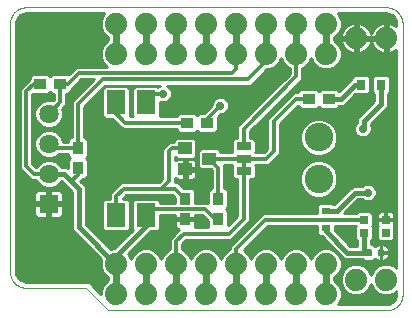
<source format=gtl>
G75*
%MOIN*%
%OFA0B0*%
%FSLAX25Y25*%
%IPPOS*%
%LPD*%
%AMOC8*
5,1,8,0,0,1.08239X$1,22.5*
%
%ADD10C,0.00100*%
%ADD11R,0.04000X0.03800*%
%ADD12R,0.03800X0.04000*%
%ADD13C,0.07400*%
%ADD14R,0.06425X0.06425*%
%ADD15C,0.06425*%
%ADD16R,0.06299X0.07874*%
%ADD17C,0.09500*%
%ADD18R,0.04500X0.04000*%
%ADD19C,0.00661*%
%ADD20R,0.02756X0.02756*%
%ADD21R,0.03150X0.03543*%
%ADD22R,0.05000X0.02600*%
%ADD23C,0.00050*%
%ADD24R,0.03150X0.02362*%
%ADD25C,0.01000*%
%ADD26C,0.02400*%
%ADD27C,0.02800*%
%ADD28C,0.01200*%
%ADD29C,0.01600*%
D10*
X0011500Y0013500D02*
X0031500Y0013500D01*
X0038750Y0006000D01*
X0131750Y0006000D01*
X0131895Y0006006D01*
X0132041Y0006015D01*
X0132186Y0006028D01*
X0132330Y0006045D01*
X0132474Y0006067D01*
X0132618Y0006091D01*
X0132761Y0006120D01*
X0132902Y0006153D01*
X0133043Y0006189D01*
X0133183Y0006230D01*
X0133322Y0006274D01*
X0133460Y0006322D01*
X0133596Y0006373D01*
X0133730Y0006428D01*
X0133864Y0006487D01*
X0133995Y0006550D01*
X0134125Y0006616D01*
X0134253Y0006685D01*
X0134379Y0006758D01*
X0134503Y0006834D01*
X0134625Y0006914D01*
X0134745Y0006997D01*
X0134862Y0007083D01*
X0134977Y0007172D01*
X0135090Y0007264D01*
X0135200Y0007360D01*
X0135307Y0007458D01*
X0135412Y0007559D01*
X0135514Y0007663D01*
X0135613Y0007770D01*
X0135709Y0007879D01*
X0135802Y0007991D01*
X0135892Y0008105D01*
X0135979Y0008222D01*
X0136063Y0008341D01*
X0136144Y0008462D01*
X0136221Y0008586D01*
X0136295Y0008711D01*
X0136365Y0008839D01*
X0136432Y0008968D01*
X0136495Y0009099D01*
X0136555Y0009232D01*
X0136612Y0009366D01*
X0136664Y0009502D01*
X0136713Y0009639D01*
X0136758Y0009777D01*
X0136799Y0009917D01*
X0136837Y0010058D01*
X0136871Y0010199D01*
X0136901Y0010342D01*
X0136927Y0010485D01*
X0136949Y0010629D01*
X0136967Y0010773D01*
X0136982Y0010918D01*
X0136992Y0011063D01*
X0136998Y0011209D01*
X0137001Y0011354D01*
X0137000Y0011500D01*
X0137000Y0101500D01*
X0137001Y0101500D02*
X0136997Y0101648D01*
X0136989Y0101795D01*
X0136978Y0101943D01*
X0136962Y0102090D01*
X0136943Y0102237D01*
X0136920Y0102384D01*
X0136893Y0102529D01*
X0136862Y0102674D01*
X0136827Y0102818D01*
X0136788Y0102961D01*
X0136746Y0103103D01*
X0136700Y0103243D01*
X0136650Y0103383D01*
X0136596Y0103521D01*
X0136539Y0103657D01*
X0136478Y0103792D01*
X0136413Y0103926D01*
X0136345Y0104057D01*
X0136274Y0104187D01*
X0136199Y0104315D01*
X0136120Y0104441D01*
X0136039Y0104564D01*
X0135954Y0104685D01*
X0135866Y0104805D01*
X0135775Y0104921D01*
X0135680Y0105035D01*
X0135583Y0105147D01*
X0135483Y0105256D01*
X0135380Y0105362D01*
X0135274Y0105466D01*
X0135165Y0105567D01*
X0135054Y0105664D01*
X0134940Y0105759D01*
X0134824Y0105851D01*
X0134705Y0105939D01*
X0134584Y0106025D01*
X0134461Y0106107D01*
X0134336Y0106186D01*
X0134208Y0106261D01*
X0134079Y0106333D01*
X0133947Y0106402D01*
X0133814Y0106467D01*
X0133680Y0106528D01*
X0133543Y0106586D01*
X0133405Y0106640D01*
X0133266Y0106691D01*
X0133126Y0106738D01*
X0132984Y0106781D01*
X0132841Y0106820D01*
X0132697Y0106856D01*
X0132553Y0106887D01*
X0132407Y0106915D01*
X0132261Y0106939D01*
X0132114Y0106959D01*
X0131967Y0106975D01*
X0131820Y0106987D01*
X0131672Y0106995D01*
X0131524Y0106999D01*
X0131375Y0107000D01*
X0011375Y0107000D01*
X0011229Y0106992D01*
X0011083Y0106979D01*
X0010937Y0106963D01*
X0010792Y0106943D01*
X0010647Y0106918D01*
X0010503Y0106891D01*
X0010360Y0106859D01*
X0010218Y0106823D01*
X0010077Y0106784D01*
X0009937Y0106741D01*
X0009798Y0106694D01*
X0009660Y0106643D01*
X0009524Y0106589D01*
X0009389Y0106532D01*
X0009256Y0106470D01*
X0009125Y0106405D01*
X0008995Y0106337D01*
X0008867Y0106265D01*
X0008741Y0106190D01*
X0008617Y0106112D01*
X0008496Y0106030D01*
X0008376Y0105945D01*
X0008259Y0105857D01*
X0008144Y0105766D01*
X0008032Y0105672D01*
X0007922Y0105575D01*
X0007815Y0105475D01*
X0007710Y0105372D01*
X0007609Y0105266D01*
X0007510Y0105158D01*
X0007414Y0105047D01*
X0007321Y0104934D01*
X0007231Y0104818D01*
X0007144Y0104700D01*
X0007061Y0104580D01*
X0006980Y0104457D01*
X0006903Y0104332D01*
X0006830Y0104206D01*
X0006759Y0104077D01*
X0006692Y0103946D01*
X0006629Y0103814D01*
X0006569Y0103680D01*
X0006513Y0103545D01*
X0006460Y0103408D01*
X0006411Y0103270D01*
X0006366Y0103131D01*
X0006324Y0102990D01*
X0006287Y0102849D01*
X0006253Y0102706D01*
X0006222Y0102563D01*
X0006196Y0102418D01*
X0006174Y0102273D01*
X0006155Y0102128D01*
X0006140Y0101982D01*
X0006129Y0101836D01*
X0006122Y0101690D01*
X0006119Y0101543D01*
X0006120Y0101396D01*
X0006125Y0101250D01*
X0006125Y0018750D01*
X0006124Y0018750D02*
X0006128Y0018607D01*
X0006136Y0018463D01*
X0006147Y0018320D01*
X0006162Y0018176D01*
X0006181Y0018034D01*
X0006204Y0017892D01*
X0006231Y0017750D01*
X0006262Y0017610D01*
X0006296Y0017470D01*
X0006335Y0017331D01*
X0006377Y0017194D01*
X0006422Y0017057D01*
X0006472Y0016922D01*
X0006525Y0016789D01*
X0006581Y0016656D01*
X0006642Y0016526D01*
X0006705Y0016397D01*
X0006773Y0016269D01*
X0006843Y0016144D01*
X0006917Y0016020D01*
X0006994Y0015899D01*
X0007075Y0015780D01*
X0007159Y0015663D01*
X0007245Y0015548D01*
X0007335Y0015436D01*
X0007428Y0015326D01*
X0007524Y0015219D01*
X0007623Y0015114D01*
X0007725Y0015012D01*
X0007829Y0014913D01*
X0007936Y0014817D01*
X0008045Y0014723D01*
X0008157Y0014633D01*
X0008272Y0014546D01*
X0008388Y0014462D01*
X0008507Y0014381D01*
X0008628Y0014303D01*
X0008752Y0014229D01*
X0008877Y0014158D01*
X0009004Y0014090D01*
X0009133Y0014026D01*
X0009263Y0013965D01*
X0009395Y0013908D01*
X0009529Y0013855D01*
X0009664Y0013805D01*
X0009800Y0013759D01*
X0009937Y0013716D01*
X0010076Y0013677D01*
X0010216Y0013642D01*
X0010356Y0013611D01*
X0010497Y0013584D01*
X0010639Y0013560D01*
X0010782Y0013541D01*
X0010925Y0013525D01*
X0011068Y0013513D01*
X0011212Y0013505D01*
X0011356Y0013501D01*
X0011500Y0013500D01*
D11*
X0065154Y0068500D03*
X0071846Y0068500D03*
X0105654Y0076500D03*
X0112346Y0076500D03*
X0022846Y0081500D03*
X0016154Y0081500D03*
D12*
X0028750Y0060096D03*
X0028750Y0053404D03*
X0064500Y0043096D03*
X0064500Y0036404D03*
X0075500Y0036404D03*
X0075500Y0043096D03*
D13*
X0071500Y0021500D03*
X0081500Y0021500D03*
X0091500Y0021500D03*
X0101500Y0021500D03*
X0111500Y0021500D03*
X0121500Y0016250D03*
X0131500Y0016250D03*
X0111500Y0011500D03*
X0101500Y0011500D03*
X0091500Y0011500D03*
X0081500Y0011500D03*
X0071500Y0011500D03*
X0061500Y0011500D03*
X0051500Y0011500D03*
X0041500Y0011500D03*
X0041500Y0021500D03*
X0051500Y0021500D03*
X0061500Y0021500D03*
X0061500Y0091500D03*
X0051500Y0091500D03*
X0041500Y0091500D03*
X0041500Y0101500D03*
X0051500Y0101500D03*
X0061500Y0101500D03*
X0071500Y0101500D03*
X0081500Y0101500D03*
X0091500Y0101500D03*
X0101500Y0101500D03*
X0111500Y0101500D03*
X0121500Y0096750D03*
X0131500Y0096750D03*
X0111500Y0091500D03*
X0101500Y0091500D03*
X0091500Y0091500D03*
X0081500Y0091500D03*
X0071500Y0091500D03*
D14*
X0019000Y0041500D03*
D15*
X0019000Y0051500D03*
X0019000Y0061500D03*
X0019000Y0071500D03*
D16*
X0041500Y0075280D03*
X0051500Y0075280D03*
X0051500Y0037720D03*
X0041500Y0037720D03*
D17*
X0109000Y0049807D03*
X0109000Y0063587D03*
D18*
X0072500Y0056500D03*
X0064500Y0053000D03*
X0064500Y0060000D03*
D19*
X0124913Y0026101D02*
X0126457Y0026101D01*
X0126457Y0024399D01*
X0124913Y0024399D01*
X0124913Y0026101D01*
X0124913Y0025059D02*
X0126457Y0025059D01*
X0126457Y0025719D02*
X0124913Y0025719D01*
X0129028Y0026101D02*
X0130572Y0026101D01*
X0130572Y0024399D01*
X0129028Y0024399D01*
X0129028Y0026101D01*
X0129028Y0025059D02*
X0130572Y0025059D01*
X0130572Y0025719D02*
X0129028Y0025719D01*
D20*
X0131352Y0031835D03*
X0131352Y0036165D03*
X0124148Y0036165D03*
X0124148Y0031835D03*
D21*
X0123154Y0081250D03*
X0129846Y0081250D03*
D22*
X0084000Y0060600D03*
X0084000Y0056500D03*
X0084000Y0052400D03*
D23*
X0083500Y0053725D02*
X0083500Y0057250D01*
X0084500Y0057250D01*
X0084500Y0053725D01*
X0083500Y0053725D01*
X0083500Y0053750D02*
X0084500Y0053750D01*
X0084500Y0053799D02*
X0083500Y0053799D01*
X0083500Y0053847D02*
X0084500Y0053847D01*
X0084500Y0053896D02*
X0083500Y0053896D01*
X0083500Y0053944D02*
X0084500Y0053944D01*
X0084500Y0053993D02*
X0083500Y0053993D01*
X0083500Y0054041D02*
X0084500Y0054041D01*
X0084500Y0054090D02*
X0083500Y0054090D01*
X0083500Y0054138D02*
X0084500Y0054138D01*
X0084500Y0054187D02*
X0083500Y0054187D01*
X0083500Y0054235D02*
X0084500Y0054235D01*
X0084500Y0054284D02*
X0083500Y0054284D01*
X0083500Y0054332D02*
X0084500Y0054332D01*
X0084500Y0054381D02*
X0083500Y0054381D01*
X0083500Y0054429D02*
X0084500Y0054429D01*
X0084500Y0054478D02*
X0083500Y0054478D01*
X0083500Y0054526D02*
X0084500Y0054526D01*
X0084500Y0054575D02*
X0083500Y0054575D01*
X0083500Y0054623D02*
X0084500Y0054623D01*
X0084500Y0054672D02*
X0083500Y0054672D01*
X0083500Y0054720D02*
X0084500Y0054720D01*
X0084500Y0054769D02*
X0083500Y0054769D01*
X0083500Y0054817D02*
X0084500Y0054817D01*
X0084500Y0054866D02*
X0083500Y0054866D01*
X0083500Y0054914D02*
X0084500Y0054914D01*
X0084500Y0054963D02*
X0083500Y0054963D01*
X0083500Y0055011D02*
X0084500Y0055011D01*
X0084500Y0055060D02*
X0083500Y0055060D01*
X0083500Y0055108D02*
X0084500Y0055108D01*
X0084500Y0055157D02*
X0083500Y0055157D01*
X0083500Y0055205D02*
X0084500Y0055205D01*
X0084500Y0055254D02*
X0083500Y0055254D01*
X0083500Y0055302D02*
X0084500Y0055302D01*
X0084500Y0055351D02*
X0083500Y0055351D01*
X0083500Y0055399D02*
X0084500Y0055399D01*
X0084500Y0055448D02*
X0083500Y0055448D01*
X0083500Y0055496D02*
X0084500Y0055496D01*
X0084500Y0055545D02*
X0083500Y0055545D01*
X0083500Y0055593D02*
X0084500Y0055593D01*
X0084500Y0055642D02*
X0083500Y0055642D01*
X0083500Y0055690D02*
X0084500Y0055690D01*
X0084500Y0055739D02*
X0083500Y0055739D01*
X0083500Y0055787D02*
X0084500Y0055787D01*
X0084500Y0055836D02*
X0083500Y0055836D01*
X0083500Y0055885D02*
X0084500Y0055885D01*
X0084500Y0055933D02*
X0083500Y0055933D01*
X0083500Y0055982D02*
X0084500Y0055982D01*
X0084500Y0056030D02*
X0083500Y0056030D01*
X0083500Y0056079D02*
X0084500Y0056079D01*
X0084500Y0056127D02*
X0083500Y0056127D01*
X0083500Y0056176D02*
X0084500Y0056176D01*
X0084500Y0056224D02*
X0083500Y0056224D01*
X0083500Y0056273D02*
X0084500Y0056273D01*
X0084500Y0056321D02*
X0083500Y0056321D01*
X0083500Y0056370D02*
X0084500Y0056370D01*
X0084500Y0056418D02*
X0083500Y0056418D01*
X0083500Y0056467D02*
X0084500Y0056467D01*
X0084500Y0056515D02*
X0083500Y0056515D01*
X0083500Y0056564D02*
X0084500Y0056564D01*
X0084500Y0056612D02*
X0083500Y0056612D01*
X0083500Y0056661D02*
X0084500Y0056661D01*
X0084500Y0056709D02*
X0083500Y0056709D01*
X0083500Y0056758D02*
X0084500Y0056758D01*
X0084500Y0056806D02*
X0083500Y0056806D01*
X0083500Y0056855D02*
X0084500Y0056855D01*
X0084500Y0056903D02*
X0083500Y0056903D01*
X0083500Y0056952D02*
X0084500Y0056952D01*
X0084500Y0057000D02*
X0083500Y0057000D01*
X0083500Y0057049D02*
X0084500Y0057049D01*
X0084500Y0057097D02*
X0083500Y0057097D01*
X0083500Y0057146D02*
X0084500Y0057146D01*
X0084500Y0057194D02*
X0083500Y0057194D01*
X0083500Y0057243D02*
X0084500Y0057243D01*
D24*
X0111375Y0039203D03*
X0111375Y0033297D03*
D25*
X0109997Y0030616D02*
X0116075Y0024321D01*
X0116075Y0024297D01*
X0116734Y0023638D01*
X0117382Y0022967D01*
X0117406Y0022967D01*
X0117422Y0022950D01*
X0118355Y0022950D01*
X0119287Y0022934D01*
X0119304Y0022950D01*
X0123774Y0022950D01*
X0124155Y0022569D01*
X0127215Y0022569D01*
X0127742Y0023097D01*
X0127904Y0022935D01*
X0128322Y0022694D01*
X0128787Y0022569D01*
X0129749Y0022569D01*
X0129749Y0025199D01*
X0129851Y0025199D01*
X0129851Y0022569D01*
X0130813Y0022569D01*
X0131278Y0022694D01*
X0131696Y0022935D01*
X0132037Y0023276D01*
X0132278Y0023693D01*
X0132402Y0024159D01*
X0132402Y0025199D01*
X0129851Y0025199D01*
X0129851Y0025301D01*
X0129749Y0025301D01*
X0129749Y0027931D01*
X0128787Y0027931D01*
X0128322Y0027806D01*
X0127904Y0027565D01*
X0127742Y0027403D01*
X0127215Y0027931D01*
X0126448Y0027931D01*
X0126448Y0029257D01*
X0127026Y0029835D01*
X0127026Y0033834D01*
X0126859Y0034000D01*
X0127026Y0034166D01*
X0127026Y0038165D01*
X0126147Y0039043D01*
X0122148Y0039043D01*
X0121370Y0038265D01*
X0117518Y0038265D01*
X0122203Y0042950D01*
X0123699Y0042950D01*
X0123857Y0042791D01*
X0124923Y0042350D01*
X0126077Y0042350D01*
X0127143Y0042791D01*
X0127958Y0043607D01*
X0128400Y0044673D01*
X0128400Y0045827D01*
X0127958Y0046893D01*
X0127143Y0047708D01*
X0126077Y0048150D01*
X0124923Y0048150D01*
X0123857Y0047708D01*
X0123699Y0047550D01*
X0120297Y0047550D01*
X0114250Y0041503D01*
X0113952Y0041503D01*
X0113571Y0041884D01*
X0109179Y0041884D01*
X0108300Y0041005D01*
X0108300Y0038265D01*
X0090295Y0038265D01*
X0087565Y0035535D01*
X0086900Y0034870D01*
X0079400Y0027370D01*
X0079400Y0026259D01*
X0078554Y0025908D01*
X0077092Y0024446D01*
X0076500Y0023017D01*
X0075908Y0024446D01*
X0074446Y0025908D01*
X0072534Y0026700D01*
X0070466Y0026700D01*
X0068554Y0025908D01*
X0067092Y0024446D01*
X0066500Y0023017D01*
X0065908Y0024446D01*
X0064446Y0025908D01*
X0063600Y0026259D01*
X0063600Y0028130D01*
X0064870Y0029400D01*
X0079870Y0029400D01*
X0084870Y0034400D01*
X0086100Y0035630D01*
X0086100Y0049600D01*
X0087121Y0049600D01*
X0088000Y0050479D01*
X0088000Y0054321D01*
X0087921Y0054400D01*
X0092370Y0054400D01*
X0094870Y0056900D01*
X0096100Y0058130D01*
X0096100Y0068130D01*
X0102154Y0074184D01*
X0102154Y0073979D01*
X0103032Y0073100D01*
X0108275Y0073100D01*
X0109000Y0073825D01*
X0109725Y0073100D01*
X0114968Y0073100D01*
X0115846Y0073979D01*
X0115846Y0074200D01*
X0117453Y0074200D01*
X0121231Y0077978D01*
X0125350Y0077978D01*
X0126228Y0078857D01*
X0126228Y0083643D01*
X0125350Y0084522D01*
X0120957Y0084522D01*
X0120079Y0083643D01*
X0120079Y0083331D01*
X0115808Y0079060D01*
X0114968Y0079900D01*
X0109725Y0079900D01*
X0109000Y0079175D01*
X0108275Y0079900D01*
X0103032Y0079900D01*
X0102154Y0079021D01*
X0102154Y0078600D01*
X0100630Y0078600D01*
X0099400Y0077370D01*
X0091900Y0069870D01*
X0091900Y0059870D01*
X0090630Y0058600D01*
X0087921Y0058600D01*
X0088000Y0058679D01*
X0088000Y0062521D01*
X0087121Y0063400D01*
X0086100Y0063400D01*
X0086100Y0065630D01*
X0102370Y0081900D01*
X0103600Y0083130D01*
X0103600Y0086741D01*
X0104446Y0087092D01*
X0105908Y0088554D01*
X0106500Y0089983D01*
X0107092Y0088554D01*
X0108554Y0087092D01*
X0110466Y0086300D01*
X0112534Y0086300D01*
X0114446Y0087092D01*
X0115908Y0088554D01*
X0116700Y0090466D01*
X0116700Y0092534D01*
X0115908Y0094446D01*
X0114446Y0095908D01*
X0114200Y0096010D01*
X0114200Y0096990D01*
X0114446Y0097092D01*
X0115908Y0098554D01*
X0116700Y0100466D01*
X0116700Y0102534D01*
X0115908Y0104446D01*
X0115404Y0104950D01*
X0130539Y0104950D01*
X0130549Y0104941D01*
X0131386Y0104950D01*
X0131400Y0104950D01*
X0132084Y0104890D01*
X0133356Y0104380D01*
X0134336Y0103422D01*
X0134875Y0102161D01*
X0134950Y0101478D01*
X0134950Y0100654D01*
X0134888Y0100716D01*
X0134225Y0101197D01*
X0133496Y0101569D01*
X0132718Y0101822D01*
X0132000Y0101936D01*
X0132000Y0097250D01*
X0131000Y0097250D01*
X0131000Y0101936D01*
X0130282Y0101822D01*
X0129504Y0101569D01*
X0128775Y0101197D01*
X0128112Y0100716D01*
X0127534Y0100138D01*
X0127053Y0099475D01*
X0126681Y0098746D01*
X0126500Y0098189D01*
X0126319Y0098746D01*
X0125947Y0099475D01*
X0125466Y0100138D01*
X0124888Y0100716D01*
X0124225Y0101197D01*
X0123496Y0101569D01*
X0122718Y0101822D01*
X0122000Y0101936D01*
X0122000Y0097250D01*
X0121000Y0097250D01*
X0121000Y0101936D01*
X0120282Y0101822D01*
X0119504Y0101569D01*
X0118775Y0101197D01*
X0118112Y0100716D01*
X0117534Y0100138D01*
X0117053Y0099475D01*
X0116681Y0098746D01*
X0116428Y0097968D01*
X0116314Y0097250D01*
X0121000Y0097250D01*
X0121000Y0096250D01*
X0122000Y0096250D01*
X0122000Y0097250D01*
X0126686Y0097250D01*
X0131000Y0097250D01*
X0131000Y0096250D01*
X0132000Y0096250D01*
X0132000Y0091564D01*
X0132718Y0091678D01*
X0133496Y0091931D01*
X0134225Y0092303D01*
X0134888Y0092784D01*
X0134950Y0092846D01*
X0134950Y0020154D01*
X0134446Y0020658D01*
X0132534Y0021450D01*
X0130466Y0021450D01*
X0128554Y0020658D01*
X0127092Y0019196D01*
X0126500Y0017767D01*
X0125908Y0019196D01*
X0124446Y0020658D01*
X0122534Y0021450D01*
X0120466Y0021450D01*
X0118554Y0020658D01*
X0117092Y0019196D01*
X0116300Y0017284D01*
X0116300Y0015216D01*
X0117092Y0013304D01*
X0118554Y0011842D01*
X0120466Y0011050D01*
X0122534Y0011050D01*
X0124446Y0011842D01*
X0125908Y0013304D01*
X0126500Y0014733D01*
X0127092Y0013304D01*
X0128554Y0011842D01*
X0130466Y0011050D01*
X0132534Y0011050D01*
X0134446Y0011842D01*
X0134950Y0012346D01*
X0134950Y0012321D01*
X0134931Y0012301D01*
X0134950Y0011476D01*
X0134950Y0011445D01*
X0134902Y0010802D01*
X0134433Y0009592D01*
X0133537Y0008653D01*
X0132350Y0008128D01*
X0131707Y0008050D01*
X0115404Y0008050D01*
X0115908Y0008554D01*
X0116700Y0010466D01*
X0116700Y0012534D01*
X0115908Y0014446D01*
X0114446Y0015908D01*
X0114200Y0016010D01*
X0114200Y0016990D01*
X0114446Y0017092D01*
X0115908Y0018554D01*
X0116700Y0020466D01*
X0116700Y0022534D01*
X0115908Y0024446D01*
X0114446Y0025908D01*
X0112534Y0026700D01*
X0110466Y0026700D01*
X0108554Y0025908D01*
X0107092Y0024446D01*
X0106500Y0023017D01*
X0105908Y0024446D01*
X0104446Y0025908D01*
X0102534Y0026700D01*
X0100466Y0026700D01*
X0098554Y0025908D01*
X0097092Y0024446D01*
X0096500Y0023017D01*
X0095908Y0024446D01*
X0094446Y0025908D01*
X0092534Y0026700D01*
X0090466Y0026700D01*
X0088554Y0025908D01*
X0087092Y0024446D01*
X0086500Y0023017D01*
X0085908Y0024446D01*
X0084446Y0025908D01*
X0084044Y0026075D01*
X0089870Y0031900D01*
X0090535Y0032565D01*
X0092035Y0034065D01*
X0108300Y0034065D01*
X0108300Y0031495D01*
X0109179Y0030616D01*
X0109997Y0030616D01*
X0110143Y0030464D02*
X0088434Y0030464D01*
X0087436Y0029466D02*
X0111107Y0029466D01*
X0112072Y0028467D02*
X0086437Y0028467D01*
X0085439Y0027469D02*
X0113036Y0027469D01*
X0113089Y0026470D02*
X0114000Y0026470D01*
X0114882Y0025472D02*
X0114964Y0025472D01*
X0115881Y0024473D02*
X0115928Y0024473D01*
X0116310Y0023475D02*
X0116892Y0023475D01*
X0116700Y0022476D02*
X0134950Y0022476D01*
X0134950Y0021478D02*
X0116700Y0021478D01*
X0116700Y0020479D02*
X0118375Y0020479D01*
X0117377Y0019481D02*
X0116292Y0019481D01*
X0115836Y0018482D02*
X0116796Y0018482D01*
X0116383Y0017484D02*
X0114838Y0017484D01*
X0114200Y0016485D02*
X0116300Y0016485D01*
X0116300Y0015487D02*
X0114867Y0015487D01*
X0115866Y0014488D02*
X0116601Y0014488D01*
X0116304Y0013490D02*
X0117015Y0013490D01*
X0116700Y0012491D02*
X0117905Y0012491D01*
X0116700Y0011493D02*
X0119397Y0011493D01*
X0116700Y0010494D02*
X0134782Y0010494D01*
X0134950Y0011493D02*
X0133603Y0011493D01*
X0134341Y0009496D02*
X0116298Y0009496D01*
X0115851Y0008497D02*
X0133184Y0008497D01*
X0129397Y0011493D02*
X0123603Y0011493D01*
X0125095Y0012491D02*
X0127905Y0012491D01*
X0127015Y0013490D02*
X0125985Y0013490D01*
X0126399Y0014488D02*
X0126601Y0014488D01*
X0126796Y0018482D02*
X0126204Y0018482D01*
X0125623Y0019481D02*
X0127377Y0019481D01*
X0128375Y0020479D02*
X0124625Y0020479D01*
X0129749Y0023475D02*
X0129851Y0023475D01*
X0129851Y0024473D02*
X0129749Y0024473D01*
X0129851Y0025301D02*
X0132402Y0025301D01*
X0132402Y0026341D01*
X0132278Y0026807D01*
X0132037Y0027224D01*
X0131696Y0027565D01*
X0131278Y0027806D01*
X0130813Y0027931D01*
X0129851Y0027931D01*
X0129851Y0025301D01*
X0129851Y0025472D02*
X0129749Y0025472D01*
X0129749Y0026470D02*
X0129851Y0026470D01*
X0129851Y0027469D02*
X0129749Y0027469D01*
X0129353Y0028957D02*
X0133352Y0028957D01*
X0134230Y0029835D01*
X0134230Y0033834D01*
X0134028Y0034036D01*
X0134128Y0034208D01*
X0134230Y0034590D01*
X0134230Y0035976D01*
X0131541Y0035976D01*
X0131541Y0036354D01*
X0134230Y0036354D01*
X0134230Y0037741D01*
X0134128Y0038122D01*
X0133931Y0038464D01*
X0133651Y0038744D01*
X0133309Y0038941D01*
X0132928Y0039043D01*
X0131541Y0039043D01*
X0131541Y0036354D01*
X0131163Y0036354D01*
X0131163Y0035976D01*
X0128474Y0035976D01*
X0128474Y0034590D01*
X0128577Y0034208D01*
X0128676Y0034036D01*
X0128474Y0033834D01*
X0128474Y0029835D01*
X0129353Y0028957D01*
X0128844Y0029466D02*
X0126656Y0029466D01*
X0126448Y0028467D02*
X0134950Y0028467D01*
X0134950Y0027469D02*
X0131792Y0027469D01*
X0132368Y0026470D02*
X0134950Y0026470D01*
X0134950Y0025472D02*
X0132402Y0025472D01*
X0132402Y0024473D02*
X0134950Y0024473D01*
X0134950Y0023475D02*
X0132152Y0023475D01*
X0134625Y0020479D02*
X0134950Y0020479D01*
X0127808Y0027469D02*
X0127677Y0027469D01*
X0127026Y0030464D02*
X0128474Y0030464D01*
X0128474Y0031463D02*
X0127026Y0031463D01*
X0127026Y0032461D02*
X0128474Y0032461D01*
X0128474Y0033460D02*
X0127026Y0033460D01*
X0127026Y0034458D02*
X0128510Y0034458D01*
X0128474Y0035457D02*
X0127026Y0035457D01*
X0127026Y0036455D02*
X0128474Y0036455D01*
X0128474Y0036354D02*
X0131163Y0036354D01*
X0131163Y0039043D01*
X0129777Y0039043D01*
X0129395Y0038941D01*
X0129053Y0038744D01*
X0128774Y0038464D01*
X0128577Y0038122D01*
X0128474Y0037741D01*
X0128474Y0036354D01*
X0128474Y0037454D02*
X0127026Y0037454D01*
X0126738Y0038452D02*
X0128767Y0038452D01*
X0131163Y0038452D02*
X0131541Y0038452D01*
X0131541Y0037454D02*
X0131163Y0037454D01*
X0131163Y0036455D02*
X0131541Y0036455D01*
X0134230Y0036455D02*
X0134950Y0036455D01*
X0134950Y0035457D02*
X0134230Y0035457D01*
X0134195Y0034458D02*
X0134950Y0034458D01*
X0134950Y0033460D02*
X0134230Y0033460D01*
X0134230Y0032461D02*
X0134950Y0032461D01*
X0134950Y0031463D02*
X0134230Y0031463D01*
X0134230Y0030464D02*
X0134950Y0030464D01*
X0134950Y0029466D02*
X0133861Y0029466D01*
X0134230Y0037454D02*
X0134950Y0037454D01*
X0134950Y0038452D02*
X0133938Y0038452D01*
X0134950Y0039451D02*
X0118704Y0039451D01*
X0119702Y0040449D02*
X0134950Y0040449D01*
X0134950Y0041448D02*
X0120701Y0041448D01*
X0121699Y0042446D02*
X0124690Y0042446D01*
X0126310Y0042446D02*
X0134950Y0042446D01*
X0134950Y0043445D02*
X0127796Y0043445D01*
X0128305Y0044443D02*
X0134950Y0044443D01*
X0134950Y0045442D02*
X0128400Y0045442D01*
X0128146Y0046440D02*
X0134950Y0046440D01*
X0134950Y0047439D02*
X0127412Y0047439D01*
X0120186Y0047439D02*
X0114784Y0047439D01*
X0115198Y0048437D02*
X0134950Y0048437D01*
X0134950Y0049436D02*
X0115250Y0049436D01*
X0115250Y0048564D02*
X0114298Y0046267D01*
X0112540Y0044509D01*
X0110243Y0043557D01*
X0107757Y0043557D01*
X0105460Y0044509D01*
X0103702Y0046267D01*
X0102750Y0048564D01*
X0102750Y0051050D01*
X0103702Y0053347D01*
X0105460Y0055106D01*
X0107757Y0056057D01*
X0110243Y0056057D01*
X0112540Y0055106D01*
X0114298Y0053347D01*
X0115250Y0051050D01*
X0115250Y0048564D01*
X0114370Y0046440D02*
X0119188Y0046440D01*
X0118189Y0045442D02*
X0113474Y0045442D01*
X0112383Y0044443D02*
X0117191Y0044443D01*
X0116192Y0043445D02*
X0086100Y0043445D01*
X0086100Y0044443D02*
X0105617Y0044443D01*
X0104526Y0045442D02*
X0086100Y0045442D01*
X0086100Y0046440D02*
X0103630Y0046440D01*
X0103216Y0047439D02*
X0086100Y0047439D01*
X0086100Y0048437D02*
X0102802Y0048437D01*
X0102750Y0049436D02*
X0086100Y0049436D01*
X0087956Y0050434D02*
X0102750Y0050434D01*
X0102909Y0051433D02*
X0088000Y0051433D01*
X0088000Y0052432D02*
X0103322Y0052432D01*
X0103784Y0053430D02*
X0088000Y0053430D01*
X0092398Y0054429D02*
X0104783Y0054429D01*
X0106236Y0055427D02*
X0093397Y0055427D01*
X0094395Y0056426D02*
X0134950Y0056426D01*
X0134950Y0057424D02*
X0110454Y0057424D01*
X0110243Y0057337D02*
X0112540Y0058288D01*
X0114298Y0060046D01*
X0115250Y0062343D01*
X0115250Y0064830D01*
X0114298Y0067127D01*
X0112540Y0068885D01*
X0110243Y0069837D01*
X0107757Y0069837D01*
X0105460Y0068885D01*
X0103702Y0067127D01*
X0102750Y0064830D01*
X0102750Y0062343D01*
X0103702Y0060046D01*
X0105460Y0058288D01*
X0107757Y0057337D01*
X0110243Y0057337D01*
X0111764Y0055427D02*
X0134950Y0055427D01*
X0134950Y0054429D02*
X0113217Y0054429D01*
X0114216Y0053430D02*
X0134950Y0053430D01*
X0134950Y0052432D02*
X0114678Y0052432D01*
X0115091Y0051433D02*
X0134950Y0051433D01*
X0134950Y0050434D02*
X0115250Y0050434D01*
X0107546Y0057424D02*
X0095394Y0057424D01*
X0096100Y0058423D02*
X0105325Y0058423D01*
X0104327Y0059421D02*
X0096100Y0059421D01*
X0096100Y0060420D02*
X0103547Y0060420D01*
X0103133Y0061418D02*
X0096100Y0061418D01*
X0096100Y0062417D02*
X0102750Y0062417D01*
X0102750Y0063415D02*
X0096100Y0063415D01*
X0096100Y0064414D02*
X0102750Y0064414D01*
X0102991Y0065412D02*
X0096100Y0065412D01*
X0096100Y0066411D02*
X0103405Y0066411D01*
X0103984Y0067409D02*
X0096100Y0067409D01*
X0096378Y0068408D02*
X0104982Y0068408D01*
X0106718Y0069406D02*
X0097376Y0069406D01*
X0098375Y0070405D02*
X0122152Y0070405D01*
X0121700Y0069953D02*
X0121700Y0068551D01*
X0121291Y0068143D01*
X0120850Y0067077D01*
X0120850Y0065923D01*
X0121291Y0064857D01*
X0122107Y0064041D01*
X0123173Y0063600D01*
X0124327Y0063600D01*
X0125393Y0064041D01*
X0126208Y0064857D01*
X0126650Y0065923D01*
X0126650Y0067077D01*
X0126300Y0067922D01*
X0126300Y0068047D01*
X0132146Y0073894D01*
X0132146Y0078082D01*
X0132921Y0078857D01*
X0132921Y0083643D01*
X0132043Y0084522D01*
X0127650Y0084522D01*
X0126772Y0083643D01*
X0126772Y0078857D01*
X0127546Y0078082D01*
X0127546Y0075799D01*
X0123047Y0071300D01*
X0121700Y0069953D01*
X0121700Y0069406D02*
X0111282Y0069406D01*
X0113018Y0068408D02*
X0121556Y0068408D01*
X0120988Y0067409D02*
X0114016Y0067409D01*
X0114595Y0066411D02*
X0120850Y0066411D01*
X0121062Y0065412D02*
X0115009Y0065412D01*
X0115250Y0064414D02*
X0121735Y0064414D01*
X0125765Y0064414D02*
X0134950Y0064414D01*
X0134950Y0065412D02*
X0126438Y0065412D01*
X0126650Y0066411D02*
X0134950Y0066411D01*
X0134950Y0067409D02*
X0126512Y0067409D01*
X0126660Y0068408D02*
X0134950Y0068408D01*
X0134950Y0069406D02*
X0127659Y0069406D01*
X0128657Y0070405D02*
X0134950Y0070405D01*
X0134950Y0071403D02*
X0129656Y0071403D01*
X0130654Y0072402D02*
X0134950Y0072402D01*
X0134950Y0073400D02*
X0131653Y0073400D01*
X0132146Y0074399D02*
X0134950Y0074399D01*
X0134950Y0075397D02*
X0132146Y0075397D01*
X0132146Y0076396D02*
X0134950Y0076396D01*
X0134950Y0077394D02*
X0132146Y0077394D01*
X0132457Y0078393D02*
X0134950Y0078393D01*
X0134950Y0079391D02*
X0132921Y0079391D01*
X0132921Y0080390D02*
X0134950Y0080390D01*
X0134950Y0081388D02*
X0132921Y0081388D01*
X0132921Y0082387D02*
X0134950Y0082387D01*
X0134950Y0083385D02*
X0132921Y0083385D01*
X0132180Y0084384D02*
X0134950Y0084384D01*
X0134950Y0085382D02*
X0103600Y0085382D01*
X0103600Y0084384D02*
X0120820Y0084384D01*
X0120079Y0083385D02*
X0103600Y0083385D01*
X0102857Y0082387D02*
X0119134Y0082387D01*
X0118136Y0081388D02*
X0101858Y0081388D01*
X0100860Y0080390D02*
X0117137Y0080390D01*
X0116139Y0079391D02*
X0115476Y0079391D01*
X0119648Y0076396D02*
X0127546Y0076396D01*
X0127546Y0077394D02*
X0120647Y0077394D01*
X0118650Y0075397D02*
X0127145Y0075397D01*
X0126146Y0074399D02*
X0117651Y0074399D01*
X0115268Y0073400D02*
X0125148Y0073400D01*
X0124149Y0072402D02*
X0100372Y0072402D01*
X0101370Y0073400D02*
X0102732Y0073400D01*
X0099373Y0071403D02*
X0123151Y0071403D01*
X0125764Y0078393D02*
X0127236Y0078393D01*
X0126772Y0079391D02*
X0126228Y0079391D01*
X0126228Y0080390D02*
X0126772Y0080390D01*
X0126772Y0081388D02*
X0126228Y0081388D01*
X0126228Y0082387D02*
X0126772Y0082387D01*
X0126772Y0083385D02*
X0126228Y0083385D01*
X0125487Y0084384D02*
X0127513Y0084384D01*
X0134950Y0086381D02*
X0112730Y0086381D01*
X0110270Y0086381D02*
X0103600Y0086381D01*
X0104733Y0087379D02*
X0108267Y0087379D01*
X0107268Y0088378D02*
X0105732Y0088378D01*
X0106249Y0089376D02*
X0106751Y0089376D01*
X0099400Y0086741D02*
X0099400Y0084870D01*
X0081900Y0067370D01*
X0081900Y0063400D01*
X0080879Y0063400D01*
X0080000Y0062521D01*
X0080000Y0058679D01*
X0080079Y0058600D01*
X0076250Y0058600D01*
X0076250Y0059121D01*
X0075371Y0060000D01*
X0069629Y0060000D01*
X0068750Y0059121D01*
X0068750Y0053879D01*
X0069629Y0053000D01*
X0073030Y0053000D01*
X0073400Y0052630D01*
X0073400Y0046596D01*
X0072979Y0046596D01*
X0072100Y0045718D01*
X0072100Y0041620D01*
X0071870Y0041850D01*
X0067900Y0041850D01*
X0067900Y0045718D01*
X0067021Y0046596D01*
X0063970Y0046596D01*
X0061966Y0048600D01*
X0061100Y0048600D01*
X0061100Y0050029D01*
X0061329Y0049800D01*
X0061671Y0049602D01*
X0062053Y0049500D01*
X0064000Y0049500D01*
X0064000Y0052500D01*
X0065000Y0052500D01*
X0065000Y0053500D01*
X0064000Y0053500D01*
X0064000Y0056500D01*
X0062053Y0056500D01*
X0061671Y0056398D01*
X0061329Y0056200D01*
X0061100Y0055971D01*
X0061100Y0057029D01*
X0061629Y0056500D01*
X0067371Y0056500D01*
X0068250Y0057379D01*
X0068250Y0062621D01*
X0067371Y0063500D01*
X0061629Y0063500D01*
X0060750Y0062621D01*
X0060750Y0062100D01*
X0059130Y0062100D01*
X0058130Y0061100D01*
X0056900Y0059870D01*
X0056900Y0049870D01*
X0055630Y0048600D01*
X0043130Y0048600D01*
X0041900Y0047370D01*
X0039400Y0044870D01*
X0039400Y0043157D01*
X0037729Y0043157D01*
X0036850Y0042279D01*
X0036850Y0033162D01*
X0037729Y0032283D01*
X0045271Y0032283D01*
X0046150Y0033162D01*
X0046150Y0042279D01*
X0045271Y0043157D01*
X0043627Y0043157D01*
X0044870Y0044400D01*
X0060227Y0044400D01*
X0061100Y0043527D01*
X0061100Y0041850D01*
X0056150Y0041850D01*
X0056150Y0042279D01*
X0055271Y0043157D01*
X0047729Y0043157D01*
X0046850Y0042279D01*
X0046850Y0033162D01*
X0047130Y0032883D01*
X0040947Y0026700D01*
X0040466Y0026700D01*
X0039629Y0026353D01*
X0031300Y0034682D01*
X0031300Y0047453D01*
X0029953Y0048800D01*
X0029953Y0048800D01*
X0029611Y0049141D01*
X0030373Y0049904D01*
X0031271Y0049904D01*
X0032150Y0050782D01*
X0032150Y0056025D01*
X0031425Y0056750D01*
X0032150Y0057475D01*
X0032150Y0062718D01*
X0031271Y0063596D01*
X0030850Y0063596D01*
X0030850Y0073880D01*
X0037870Y0080900D01*
X0056070Y0080900D01*
X0055607Y0080708D01*
X0055443Y0080544D01*
X0055271Y0080717D01*
X0047729Y0080717D01*
X0046850Y0079838D01*
X0046850Y0070721D01*
X0046972Y0070600D01*
X0046028Y0070600D01*
X0046150Y0070721D01*
X0046150Y0079838D01*
X0045271Y0080717D01*
X0037729Y0080717D01*
X0036850Y0079838D01*
X0036850Y0070721D01*
X0037729Y0069843D01*
X0040188Y0069843D01*
X0043630Y0066400D01*
X0061654Y0066400D01*
X0061654Y0065979D01*
X0062532Y0065100D01*
X0067775Y0065100D01*
X0068500Y0065825D01*
X0069225Y0065100D01*
X0074468Y0065100D01*
X0075346Y0065979D01*
X0075346Y0070377D01*
X0076320Y0071350D01*
X0076827Y0071350D01*
X0077893Y0071791D01*
X0078708Y0072607D01*
X0079150Y0073673D01*
X0079150Y0074827D01*
X0078708Y0075893D01*
X0077893Y0076708D01*
X0076827Y0077150D01*
X0075673Y0077150D01*
X0074607Y0076708D01*
X0073791Y0075893D01*
X0073350Y0074827D01*
X0073350Y0074320D01*
X0070930Y0071900D01*
X0069225Y0071900D01*
X0068500Y0071175D01*
X0067775Y0071900D01*
X0062532Y0071900D01*
X0061654Y0071021D01*
X0061654Y0070600D01*
X0056028Y0070600D01*
X0056150Y0070721D01*
X0056150Y0075567D01*
X0056673Y0075350D01*
X0057827Y0075350D01*
X0058893Y0075791D01*
X0059708Y0076607D01*
X0060150Y0077673D01*
X0060150Y0078827D01*
X0059708Y0079893D01*
X0058893Y0080708D01*
X0058430Y0080900D01*
X0086370Y0080900D01*
X0091770Y0086300D01*
X0092534Y0086300D01*
X0094446Y0087092D01*
X0095908Y0088554D01*
X0096500Y0089983D01*
X0097092Y0088554D01*
X0098554Y0087092D01*
X0099400Y0086741D01*
X0099400Y0086381D02*
X0092730Y0086381D01*
X0090852Y0085382D02*
X0099400Y0085382D01*
X0098914Y0084384D02*
X0089854Y0084384D01*
X0088855Y0083385D02*
X0097916Y0083385D01*
X0096917Y0082387D02*
X0087857Y0082387D01*
X0086858Y0081388D02*
X0095919Y0081388D01*
X0094920Y0080390D02*
X0059211Y0080390D01*
X0059916Y0079391D02*
X0093921Y0079391D01*
X0092923Y0078393D02*
X0060150Y0078393D01*
X0060034Y0077394D02*
X0091924Y0077394D01*
X0090926Y0076396D02*
X0078205Y0076396D01*
X0078914Y0075397D02*
X0089927Y0075397D01*
X0088929Y0074399D02*
X0079150Y0074399D01*
X0079037Y0073400D02*
X0087930Y0073400D01*
X0086932Y0072402D02*
X0078503Y0072402D01*
X0076955Y0071403D02*
X0085933Y0071403D01*
X0084935Y0070405D02*
X0075375Y0070405D01*
X0075346Y0069406D02*
X0083936Y0069406D01*
X0082938Y0068408D02*
X0075346Y0068408D01*
X0075346Y0067409D02*
X0081939Y0067409D01*
X0081900Y0066411D02*
X0075346Y0066411D01*
X0074780Y0065412D02*
X0081900Y0065412D01*
X0081900Y0064414D02*
X0030850Y0064414D01*
X0030850Y0065412D02*
X0062220Y0065412D01*
X0061544Y0063415D02*
X0031453Y0063415D01*
X0032150Y0062417D02*
X0060750Y0062417D01*
X0058448Y0061418D02*
X0032150Y0061418D01*
X0032150Y0060420D02*
X0057450Y0060420D01*
X0056900Y0059421D02*
X0032150Y0059421D01*
X0032150Y0058423D02*
X0056900Y0058423D01*
X0056900Y0057424D02*
X0032099Y0057424D01*
X0031749Y0056426D02*
X0056900Y0056426D01*
X0056900Y0055427D02*
X0032150Y0055427D01*
X0032150Y0054429D02*
X0056900Y0054429D01*
X0056900Y0053430D02*
X0032150Y0053430D01*
X0032150Y0052432D02*
X0056900Y0052432D01*
X0056900Y0051433D02*
X0032150Y0051433D01*
X0031802Y0050434D02*
X0056900Y0050434D01*
X0056466Y0049436D02*
X0029906Y0049436D01*
X0030315Y0048437D02*
X0042968Y0048437D01*
X0041969Y0047439D02*
X0031300Y0047439D01*
X0031300Y0046440D02*
X0040971Y0046440D01*
X0039972Y0045442D02*
X0031300Y0045442D01*
X0031300Y0044443D02*
X0039400Y0044443D01*
X0039400Y0043445D02*
X0031300Y0043445D01*
X0031300Y0042446D02*
X0037018Y0042446D01*
X0036850Y0041448D02*
X0031300Y0041448D01*
X0031300Y0040449D02*
X0036850Y0040449D01*
X0036850Y0039451D02*
X0031300Y0039451D01*
X0031300Y0038452D02*
X0036850Y0038452D01*
X0036850Y0037454D02*
X0031300Y0037454D01*
X0031300Y0036455D02*
X0036850Y0036455D01*
X0036850Y0035457D02*
X0031300Y0035457D01*
X0031523Y0034458D02*
X0036850Y0034458D01*
X0036850Y0033460D02*
X0032522Y0033460D01*
X0033520Y0032461D02*
X0037551Y0032461D01*
X0035518Y0030464D02*
X0044712Y0030464D01*
X0045710Y0031463D02*
X0034519Y0031463D01*
X0036516Y0029466D02*
X0043713Y0029466D01*
X0042715Y0028467D02*
X0037515Y0028467D01*
X0038513Y0027469D02*
X0041716Y0027469D01*
X0039911Y0026470D02*
X0039512Y0026470D01*
X0036488Y0022988D02*
X0036300Y0022534D01*
X0036300Y0020466D01*
X0037092Y0018554D01*
X0038554Y0017092D01*
X0038800Y0016990D01*
X0038800Y0016010D01*
X0038554Y0015908D01*
X0037092Y0014446D01*
X0036300Y0012534D01*
X0036300Y0011484D01*
X0033550Y0014329D01*
X0033550Y0014349D01*
X0032961Y0014938D01*
X0032384Y0015535D01*
X0032363Y0015536D01*
X0032349Y0015550D01*
X0031517Y0015550D01*
X0030686Y0015564D01*
X0030671Y0015550D01*
X0012335Y0015550D01*
X0012325Y0015560D01*
X0011488Y0015550D01*
X0011474Y0015550D01*
X0010839Y0015605D01*
X0009657Y0016078D01*
X0008746Y0016968D01*
X0008245Y0018138D01*
X0008175Y0018773D01*
X0008175Y0100455D01*
X0008211Y0100495D01*
X0008175Y0101297D01*
X0008175Y0101383D01*
X0008209Y0102020D01*
X0008667Y0103287D01*
X0009577Y0104283D01*
X0010798Y0104855D01*
X0011453Y0104950D01*
X0037596Y0104950D01*
X0037092Y0104446D01*
X0036300Y0102534D01*
X0036300Y0100466D01*
X0037092Y0098554D01*
X0038554Y0097092D01*
X0038800Y0096990D01*
X0038800Y0096010D01*
X0038554Y0095908D01*
X0037092Y0094446D01*
X0036300Y0092534D01*
X0036300Y0090466D01*
X0037092Y0088554D01*
X0038496Y0087150D01*
X0028130Y0087150D01*
X0025674Y0084694D01*
X0025468Y0084900D01*
X0020225Y0084900D01*
X0019500Y0084175D01*
X0018775Y0084900D01*
X0013532Y0084900D01*
X0012654Y0084021D01*
X0012654Y0083123D01*
X0010630Y0081100D01*
X0009400Y0079870D01*
X0009400Y0053130D01*
X0010630Y0051900D01*
X0010630Y0051900D01*
X0011900Y0050630D01*
X0013130Y0049400D01*
X0014769Y0049400D01*
X0015005Y0048831D01*
X0016331Y0047505D01*
X0018063Y0046787D01*
X0019937Y0046787D01*
X0021669Y0047505D01*
X0022995Y0048831D01*
X0023119Y0049129D01*
X0024200Y0048047D01*
X0026700Y0045547D01*
X0026700Y0032776D01*
X0036488Y0022988D01*
X0036300Y0022476D02*
X0008175Y0022476D01*
X0008175Y0021478D02*
X0036300Y0021478D01*
X0036300Y0020479D02*
X0008175Y0020479D01*
X0008175Y0019481D02*
X0036708Y0019481D01*
X0037164Y0018482D02*
X0008207Y0018482D01*
X0008525Y0017484D02*
X0038162Y0017484D01*
X0038800Y0016485D02*
X0009240Y0016485D01*
X0008175Y0023475D02*
X0036002Y0023475D01*
X0035003Y0024473D02*
X0008175Y0024473D01*
X0008175Y0025472D02*
X0034005Y0025472D01*
X0033006Y0026470D02*
X0008175Y0026470D01*
X0008175Y0027469D02*
X0032008Y0027469D01*
X0031009Y0028467D02*
X0008175Y0028467D01*
X0008175Y0029466D02*
X0030011Y0029466D01*
X0029012Y0030464D02*
X0008175Y0030464D01*
X0008175Y0031463D02*
X0028014Y0031463D01*
X0027015Y0032461D02*
X0008175Y0032461D01*
X0008175Y0033460D02*
X0026700Y0033460D01*
X0026700Y0034458D02*
X0008175Y0034458D01*
X0008175Y0035457D02*
X0026700Y0035457D01*
X0026700Y0036455D02*
X0008175Y0036455D01*
X0008175Y0037454D02*
X0014537Y0037454D01*
X0014587Y0037366D02*
X0014866Y0037087D01*
X0015208Y0036890D01*
X0015590Y0036787D01*
X0018500Y0036787D01*
X0018500Y0041000D01*
X0019500Y0041000D01*
X0019500Y0042000D01*
X0018500Y0042000D01*
X0018500Y0046213D01*
X0015590Y0046213D01*
X0015208Y0046110D01*
X0014866Y0045913D01*
X0014587Y0045634D01*
X0014390Y0045292D01*
X0014287Y0044910D01*
X0014287Y0042000D01*
X0018500Y0042000D01*
X0018500Y0041000D01*
X0014287Y0041000D01*
X0014287Y0038090D01*
X0014390Y0037708D01*
X0014587Y0037366D01*
X0014287Y0038452D02*
X0008175Y0038452D01*
X0008175Y0039451D02*
X0014287Y0039451D01*
X0014287Y0040449D02*
X0008175Y0040449D01*
X0008175Y0041448D02*
X0018500Y0041448D01*
X0018500Y0042446D02*
X0019500Y0042446D01*
X0019500Y0042000D02*
X0019500Y0046213D01*
X0022410Y0046213D01*
X0022792Y0046110D01*
X0023134Y0045913D01*
X0023413Y0045634D01*
X0023610Y0045292D01*
X0023713Y0044910D01*
X0023713Y0042000D01*
X0019500Y0042000D01*
X0019500Y0041448D02*
X0026700Y0041448D01*
X0026700Y0042446D02*
X0023713Y0042446D01*
X0023713Y0043445D02*
X0026700Y0043445D01*
X0026700Y0044443D02*
X0023713Y0044443D01*
X0023524Y0045442D02*
X0026700Y0045442D01*
X0025807Y0046440D02*
X0008175Y0046440D01*
X0008175Y0045442D02*
X0014476Y0045442D01*
X0014287Y0044443D02*
X0008175Y0044443D01*
X0008175Y0043445D02*
X0014287Y0043445D01*
X0014287Y0042446D02*
X0008175Y0042446D01*
X0008175Y0047439D02*
X0016490Y0047439D01*
X0015398Y0048437D02*
X0008175Y0048437D01*
X0008175Y0049436D02*
X0013094Y0049436D01*
X0012096Y0050434D02*
X0008175Y0050434D01*
X0008175Y0051433D02*
X0011097Y0051433D01*
X0010099Y0052432D02*
X0008175Y0052432D01*
X0008175Y0053430D02*
X0009400Y0053430D01*
X0009400Y0054429D02*
X0008175Y0054429D01*
X0008175Y0055427D02*
X0009400Y0055427D01*
X0009400Y0056426D02*
X0008175Y0056426D01*
X0008175Y0057424D02*
X0009400Y0057424D01*
X0009400Y0058423D02*
X0008175Y0058423D01*
X0008175Y0059421D02*
X0009400Y0059421D01*
X0009400Y0060420D02*
X0008175Y0060420D01*
X0008175Y0061418D02*
X0009400Y0061418D01*
X0009400Y0062417D02*
X0008175Y0062417D01*
X0008175Y0063415D02*
X0009400Y0063415D01*
X0009400Y0064414D02*
X0008175Y0064414D01*
X0008175Y0065412D02*
X0009400Y0065412D01*
X0009400Y0066411D02*
X0008175Y0066411D01*
X0008175Y0067409D02*
X0009400Y0067409D01*
X0009400Y0068408D02*
X0008175Y0068408D01*
X0008175Y0069406D02*
X0009400Y0069406D01*
X0009400Y0070405D02*
X0008175Y0070405D01*
X0008175Y0071403D02*
X0009400Y0071403D01*
X0009400Y0072402D02*
X0008175Y0072402D01*
X0008175Y0073400D02*
X0009400Y0073400D01*
X0009400Y0074399D02*
X0008175Y0074399D01*
X0008175Y0075397D02*
X0009400Y0075397D01*
X0009400Y0076396D02*
X0008175Y0076396D01*
X0008175Y0077394D02*
X0009400Y0077394D01*
X0009400Y0078393D02*
X0008175Y0078393D01*
X0008175Y0079391D02*
X0009400Y0079391D01*
X0009920Y0080390D02*
X0008175Y0080390D01*
X0008175Y0081388D02*
X0010919Y0081388D01*
X0010630Y0081100D02*
X0010630Y0081100D01*
X0011917Y0082387D02*
X0008175Y0082387D01*
X0008175Y0083385D02*
X0012654Y0083385D01*
X0013016Y0084384D02*
X0008175Y0084384D01*
X0008175Y0085382D02*
X0026363Y0085382D01*
X0027361Y0086381D02*
X0008175Y0086381D01*
X0008175Y0087379D02*
X0038267Y0087379D01*
X0037268Y0088378D02*
X0008175Y0088378D01*
X0008175Y0089376D02*
X0036751Y0089376D01*
X0036338Y0090375D02*
X0008175Y0090375D01*
X0008175Y0091373D02*
X0036300Y0091373D01*
X0036300Y0092372D02*
X0008175Y0092372D01*
X0008175Y0093370D02*
X0036646Y0093370D01*
X0037060Y0094369D02*
X0008175Y0094369D01*
X0008175Y0095368D02*
X0038014Y0095368D01*
X0038800Y0096366D02*
X0008175Y0096366D01*
X0008175Y0097365D02*
X0038282Y0097365D01*
X0037283Y0098363D02*
X0008175Y0098363D01*
X0008175Y0099362D02*
X0036757Y0099362D01*
X0036344Y0100360D02*
X0008175Y0100360D01*
X0008175Y0101359D02*
X0036300Y0101359D01*
X0036300Y0102357D02*
X0008331Y0102357D01*
X0008730Y0103356D02*
X0036640Y0103356D01*
X0037054Y0104354D02*
X0009728Y0104354D01*
X0019291Y0084384D02*
X0019709Y0084384D01*
X0019500Y0078825D02*
X0020225Y0078100D01*
X0020746Y0078100D01*
X0020746Y0076216D01*
X0020507Y0075977D01*
X0019937Y0076213D01*
X0018063Y0076213D01*
X0016331Y0075495D01*
X0015005Y0074169D01*
X0014287Y0072437D01*
X0014287Y0070563D01*
X0015005Y0068831D01*
X0016331Y0067505D01*
X0018063Y0066787D01*
X0019937Y0066787D01*
X0021669Y0067505D01*
X0022995Y0068831D01*
X0023713Y0070563D01*
X0023713Y0072437D01*
X0023477Y0073007D01*
X0024946Y0074477D01*
X0024946Y0078100D01*
X0025468Y0078100D01*
X0026346Y0078979D01*
X0026346Y0079427D01*
X0029870Y0082950D01*
X0033980Y0082950D01*
X0026650Y0075620D01*
X0026650Y0063596D01*
X0026229Y0063596D01*
X0025350Y0062718D01*
X0025350Y0062196D01*
X0023713Y0062196D01*
X0023713Y0062437D01*
X0022995Y0064169D01*
X0021669Y0065495D01*
X0019937Y0066213D01*
X0018063Y0066213D01*
X0016331Y0065495D01*
X0015005Y0064169D01*
X0014287Y0062437D01*
X0014287Y0060563D01*
X0015005Y0058831D01*
X0016331Y0057505D01*
X0018063Y0056787D01*
X0019937Y0056787D01*
X0021669Y0057505D01*
X0022161Y0057996D01*
X0025350Y0057996D01*
X0025350Y0057475D01*
X0026075Y0056750D01*
X0025350Y0056025D01*
X0025350Y0053403D01*
X0024953Y0053800D01*
X0023148Y0053800D01*
X0022995Y0054169D01*
X0021669Y0055495D01*
X0019937Y0056213D01*
X0018063Y0056213D01*
X0016331Y0055495D01*
X0015005Y0054169D01*
X0014799Y0053671D01*
X0013600Y0054870D01*
X0013600Y0078100D01*
X0018775Y0078100D01*
X0019500Y0078825D01*
X0019068Y0078393D02*
X0019932Y0078393D01*
X0020746Y0077394D02*
X0013600Y0077394D01*
X0013600Y0076396D02*
X0020746Y0076396D01*
X0024946Y0076396D02*
X0027426Y0076396D01*
X0026650Y0075397D02*
X0024946Y0075397D01*
X0024869Y0074399D02*
X0026650Y0074399D01*
X0026650Y0073400D02*
X0023870Y0073400D01*
X0023713Y0072402D02*
X0026650Y0072402D01*
X0026650Y0071403D02*
X0023713Y0071403D01*
X0023647Y0070405D02*
X0026650Y0070405D01*
X0026650Y0069406D02*
X0023234Y0069406D01*
X0022572Y0068408D02*
X0026650Y0068408D01*
X0026650Y0067409D02*
X0021439Y0067409D01*
X0021752Y0065412D02*
X0026650Y0065412D01*
X0026650Y0064414D02*
X0022751Y0064414D01*
X0023308Y0063415D02*
X0026047Y0063415D01*
X0025350Y0062417D02*
X0023713Y0062417D01*
X0026650Y0066411D02*
X0013600Y0066411D01*
X0013600Y0067409D02*
X0016561Y0067409D01*
X0015428Y0068408D02*
X0013600Y0068408D01*
X0013600Y0069406D02*
X0014766Y0069406D01*
X0014353Y0070405D02*
X0013600Y0070405D01*
X0013600Y0071403D02*
X0014287Y0071403D01*
X0014287Y0072402D02*
X0013600Y0072402D01*
X0013600Y0073400D02*
X0014686Y0073400D01*
X0015234Y0074399D02*
X0013600Y0074399D01*
X0013600Y0075397D02*
X0016233Y0075397D01*
X0024946Y0077394D02*
X0028424Y0077394D01*
X0029423Y0078393D02*
X0025761Y0078393D01*
X0026346Y0079391D02*
X0030421Y0079391D01*
X0031420Y0080390D02*
X0027310Y0080390D01*
X0028308Y0081388D02*
X0032419Y0081388D01*
X0033417Y0082387D02*
X0029307Y0082387D01*
X0034364Y0077394D02*
X0036850Y0077394D01*
X0036850Y0076396D02*
X0033366Y0076396D01*
X0032367Y0075397D02*
X0036850Y0075397D01*
X0036850Y0074399D02*
X0031369Y0074399D01*
X0030850Y0073400D02*
X0036850Y0073400D01*
X0036850Y0072402D02*
X0030850Y0072402D01*
X0030850Y0071403D02*
X0036850Y0071403D01*
X0037167Y0070405D02*
X0030850Y0070405D01*
X0030850Y0069406D02*
X0040624Y0069406D01*
X0041622Y0068408D02*
X0030850Y0068408D01*
X0030850Y0067409D02*
X0042621Y0067409D01*
X0043619Y0066411D02*
X0030850Y0066411D01*
X0025401Y0057424D02*
X0021474Y0057424D01*
X0021738Y0055427D02*
X0025350Y0055427D01*
X0025350Y0054429D02*
X0022736Y0054429D01*
X0025323Y0053430D02*
X0025350Y0053430D01*
X0025751Y0056426D02*
X0013600Y0056426D01*
X0013600Y0057424D02*
X0016526Y0057424D01*
X0015413Y0058423D02*
X0013600Y0058423D01*
X0013600Y0059421D02*
X0014760Y0059421D01*
X0014347Y0060420D02*
X0013600Y0060420D01*
X0013600Y0061418D02*
X0014287Y0061418D01*
X0014287Y0062417D02*
X0013600Y0062417D01*
X0013600Y0063415D02*
X0014692Y0063415D01*
X0015249Y0064414D02*
X0013600Y0064414D01*
X0013600Y0065412D02*
X0016248Y0065412D01*
X0016262Y0055427D02*
X0013600Y0055427D01*
X0014041Y0054429D02*
X0015264Y0054429D01*
X0022602Y0048437D02*
X0023810Y0048437D01*
X0024200Y0048047D02*
X0024200Y0048047D01*
X0024808Y0047439D02*
X0021510Y0047439D01*
X0019500Y0045442D02*
X0018500Y0045442D01*
X0018500Y0044443D02*
X0019500Y0044443D01*
X0019500Y0043445D02*
X0018500Y0043445D01*
X0019500Y0041000D02*
X0023713Y0041000D01*
X0023713Y0038090D01*
X0023610Y0037708D01*
X0023413Y0037366D01*
X0023134Y0037087D01*
X0022792Y0036890D01*
X0022410Y0036787D01*
X0019500Y0036787D01*
X0019500Y0041000D01*
X0019500Y0040449D02*
X0018500Y0040449D01*
X0018500Y0039451D02*
X0019500Y0039451D01*
X0019500Y0038452D02*
X0018500Y0038452D01*
X0018500Y0037454D02*
X0019500Y0037454D01*
X0023463Y0037454D02*
X0026700Y0037454D01*
X0026700Y0038452D02*
X0023713Y0038452D01*
X0023713Y0039451D02*
X0026700Y0039451D01*
X0026700Y0040449D02*
X0023713Y0040449D01*
X0043915Y0043445D02*
X0061100Y0043445D01*
X0061100Y0042446D02*
X0055982Y0042446D01*
X0056150Y0037650D02*
X0061100Y0037650D01*
X0061100Y0036854D01*
X0064050Y0036854D01*
X0064050Y0035954D01*
X0061100Y0035954D01*
X0061100Y0034206D01*
X0061202Y0033825D01*
X0061400Y0033483D01*
X0061679Y0033203D01*
X0062021Y0033006D01*
X0062403Y0032904D01*
X0062434Y0032904D01*
X0061900Y0032370D01*
X0061900Y0032370D01*
X0060630Y0031100D01*
X0060630Y0031100D01*
X0059400Y0029870D01*
X0059400Y0026259D01*
X0058554Y0025908D01*
X0057092Y0024446D01*
X0056500Y0023017D01*
X0055908Y0024446D01*
X0054446Y0025908D01*
X0052534Y0026700D01*
X0050466Y0026700D01*
X0048554Y0025908D01*
X0047092Y0024446D01*
X0046500Y0023017D01*
X0045908Y0024446D01*
X0045553Y0024801D01*
X0052453Y0031700D01*
X0053036Y0032283D01*
X0055271Y0032283D01*
X0056150Y0033162D01*
X0056150Y0037650D01*
X0056150Y0037454D02*
X0061100Y0037454D01*
X0061100Y0035457D02*
X0056150Y0035457D01*
X0056150Y0036455D02*
X0064050Y0036455D01*
X0064950Y0036455D02*
X0071325Y0036455D01*
X0072100Y0035680D02*
X0070130Y0037650D01*
X0067900Y0037650D01*
X0067900Y0036854D01*
X0064950Y0036854D01*
X0064950Y0035954D01*
X0067900Y0035954D01*
X0067900Y0034206D01*
X0067798Y0033825D01*
X0067668Y0033600D01*
X0072282Y0033600D01*
X0072100Y0033782D01*
X0072100Y0035680D01*
X0072100Y0035457D02*
X0067900Y0035457D01*
X0067900Y0034458D02*
X0072100Y0034458D01*
X0070326Y0037454D02*
X0067900Y0037454D01*
X0067900Y0042446D02*
X0072100Y0042446D01*
X0072100Y0043445D02*
X0067900Y0043445D01*
X0067900Y0044443D02*
X0072100Y0044443D01*
X0072100Y0045442D02*
X0067900Y0045442D01*
X0067177Y0046440D02*
X0072823Y0046440D01*
X0073400Y0047439D02*
X0063127Y0047439D01*
X0062129Y0048437D02*
X0073400Y0048437D01*
X0073400Y0049436D02*
X0061100Y0049436D01*
X0064000Y0050434D02*
X0065000Y0050434D01*
X0065000Y0049500D02*
X0066947Y0049500D01*
X0067329Y0049602D01*
X0067671Y0049800D01*
X0067950Y0050079D01*
X0068148Y0050421D01*
X0068250Y0050803D01*
X0068250Y0052500D01*
X0065000Y0052500D01*
X0065000Y0049500D01*
X0065000Y0051433D02*
X0064000Y0051433D01*
X0064000Y0052432D02*
X0065000Y0052432D01*
X0065000Y0053430D02*
X0069199Y0053430D01*
X0068250Y0053500D02*
X0068250Y0055197D01*
X0068148Y0055579D01*
X0067950Y0055921D01*
X0067671Y0056200D01*
X0067329Y0056398D01*
X0066947Y0056500D01*
X0065000Y0056500D01*
X0065000Y0053500D01*
X0068250Y0053500D01*
X0068250Y0054429D02*
X0068750Y0054429D01*
X0068750Y0055427D02*
X0068188Y0055427D01*
X0068750Y0056426D02*
X0067225Y0056426D01*
X0068250Y0057424D02*
X0068750Y0057424D01*
X0068750Y0058423D02*
X0068250Y0058423D01*
X0068250Y0059421D02*
X0069050Y0059421D01*
X0068250Y0060420D02*
X0080000Y0060420D01*
X0080000Y0061418D02*
X0068250Y0061418D01*
X0068250Y0062417D02*
X0080000Y0062417D01*
X0081900Y0063415D02*
X0067456Y0063415D01*
X0068087Y0065412D02*
X0068913Y0065412D01*
X0075950Y0059421D02*
X0080000Y0059421D01*
X0080079Y0054400D02*
X0077570Y0054400D01*
X0077600Y0054370D01*
X0077600Y0046596D01*
X0078021Y0046596D01*
X0078900Y0045718D01*
X0078900Y0040475D01*
X0078175Y0039750D01*
X0078900Y0039025D01*
X0078900Y0034370D01*
X0081900Y0037370D01*
X0081900Y0049600D01*
X0080879Y0049600D01*
X0080000Y0050479D01*
X0080000Y0054321D01*
X0080079Y0054400D01*
X0080000Y0053430D02*
X0077600Y0053430D01*
X0077600Y0052432D02*
X0080000Y0052432D01*
X0080000Y0051433D02*
X0077600Y0051433D01*
X0077600Y0050434D02*
X0080044Y0050434D01*
X0081900Y0049436D02*
X0077600Y0049436D01*
X0077600Y0048437D02*
X0081900Y0048437D01*
X0081900Y0047439D02*
X0077600Y0047439D01*
X0078177Y0046440D02*
X0081900Y0046440D01*
X0081900Y0045442D02*
X0078900Y0045442D01*
X0078900Y0044443D02*
X0081900Y0044443D01*
X0081900Y0043445D02*
X0078900Y0043445D01*
X0078900Y0042446D02*
X0081900Y0042446D01*
X0081900Y0041448D02*
X0078900Y0041448D01*
X0078874Y0040449D02*
X0081900Y0040449D01*
X0081900Y0039451D02*
X0078474Y0039451D01*
X0078900Y0038452D02*
X0081900Y0038452D01*
X0081900Y0037454D02*
X0078900Y0037454D01*
X0078900Y0036455D02*
X0080986Y0036455D01*
X0079987Y0035457D02*
X0078900Y0035457D01*
X0078900Y0034458D02*
X0078988Y0034458D01*
X0082931Y0032461D02*
X0084491Y0032461D01*
X0083930Y0033460D02*
X0085490Y0033460D01*
X0084928Y0034458D02*
X0086488Y0034458D01*
X0085927Y0035457D02*
X0087487Y0035457D01*
X0088485Y0036455D02*
X0086100Y0036455D01*
X0086100Y0037454D02*
X0089484Y0037454D01*
X0086100Y0038452D02*
X0108300Y0038452D01*
X0108300Y0039451D02*
X0086100Y0039451D01*
X0086100Y0040449D02*
X0108300Y0040449D01*
X0108743Y0041448D02*
X0086100Y0041448D01*
X0086100Y0042446D02*
X0115194Y0042446D01*
X0117705Y0038452D02*
X0121557Y0038452D01*
X0121370Y0034065D02*
X0121436Y0034000D01*
X0121270Y0033834D01*
X0121270Y0029835D01*
X0121848Y0029257D01*
X0121848Y0027550D01*
X0119351Y0027550D01*
X0114450Y0032627D01*
X0114450Y0034065D01*
X0121370Y0034065D01*
X0121270Y0033460D02*
X0114450Y0033460D01*
X0114609Y0032461D02*
X0121270Y0032461D01*
X0121270Y0031463D02*
X0115574Y0031463D01*
X0116538Y0030464D02*
X0121270Y0030464D01*
X0121639Y0029466D02*
X0117502Y0029466D01*
X0118466Y0028467D02*
X0121848Y0028467D01*
X0109911Y0026470D02*
X0103089Y0026470D01*
X0104882Y0025472D02*
X0108118Y0025472D01*
X0107119Y0024473D02*
X0105881Y0024473D01*
X0106310Y0023475D02*
X0106690Y0023475D01*
X0099911Y0026470D02*
X0093089Y0026470D01*
X0094882Y0025472D02*
X0098118Y0025472D01*
X0097119Y0024473D02*
X0095881Y0024473D01*
X0096310Y0023475D02*
X0096690Y0023475D01*
X0089911Y0026470D02*
X0084440Y0026470D01*
X0084882Y0025472D02*
X0088118Y0025472D01*
X0087119Y0024473D02*
X0085881Y0024473D01*
X0086310Y0023475D02*
X0086690Y0023475D01*
X0079400Y0026470D02*
X0073089Y0026470D01*
X0074882Y0025472D02*
X0078118Y0025472D01*
X0077119Y0024473D02*
X0075881Y0024473D01*
X0076310Y0023475D02*
X0076690Y0023475D01*
X0079499Y0027469D02*
X0063600Y0027469D01*
X0063600Y0026470D02*
X0069911Y0026470D01*
X0068118Y0025472D02*
X0064882Y0025472D01*
X0065881Y0024473D02*
X0067119Y0024473D01*
X0066690Y0023475D02*
X0066310Y0023475D01*
X0063937Y0028467D02*
X0080497Y0028467D01*
X0079936Y0029466D02*
X0081496Y0029466D01*
X0080934Y0030464D02*
X0082494Y0030464D01*
X0081933Y0031463D02*
X0083493Y0031463D01*
X0089433Y0031463D02*
X0108332Y0031463D01*
X0108300Y0032461D02*
X0090431Y0032461D01*
X0091430Y0033460D02*
X0108300Y0033460D01*
X0112675Y0058423D02*
X0134950Y0058423D01*
X0134950Y0059421D02*
X0113673Y0059421D01*
X0114453Y0060420D02*
X0134950Y0060420D01*
X0134950Y0061418D02*
X0114867Y0061418D01*
X0115250Y0062417D02*
X0134950Y0062417D01*
X0134950Y0063415D02*
X0115250Y0063415D01*
X0109425Y0073400D02*
X0108575Y0073400D01*
X0100423Y0078393D02*
X0098863Y0078393D01*
X0099424Y0077394D02*
X0097864Y0077394D01*
X0098426Y0076396D02*
X0096866Y0076396D01*
X0097427Y0075397D02*
X0095867Y0075397D01*
X0096429Y0074399D02*
X0094869Y0074399D01*
X0095430Y0073400D02*
X0093870Y0073400D01*
X0094432Y0072402D02*
X0092872Y0072402D01*
X0093433Y0071403D02*
X0091873Y0071403D01*
X0092435Y0070405D02*
X0090875Y0070405D01*
X0089876Y0069406D02*
X0091900Y0069406D01*
X0091900Y0068408D02*
X0088878Y0068408D01*
X0087879Y0067409D02*
X0091900Y0067409D01*
X0091900Y0066411D02*
X0086881Y0066411D01*
X0086100Y0065412D02*
X0091900Y0065412D01*
X0091900Y0064414D02*
X0086100Y0064414D01*
X0086100Y0063415D02*
X0091900Y0063415D01*
X0091900Y0062417D02*
X0088000Y0062417D01*
X0088000Y0061418D02*
X0091900Y0061418D01*
X0091900Y0060420D02*
X0088000Y0060420D01*
X0088000Y0059421D02*
X0091451Y0059421D01*
X0073400Y0052432D02*
X0068250Y0052432D01*
X0068250Y0051433D02*
X0073400Y0051433D01*
X0073400Y0050434D02*
X0068151Y0050434D01*
X0065000Y0054429D02*
X0064000Y0054429D01*
X0064000Y0055427D02*
X0065000Y0055427D01*
X0065000Y0056426D02*
X0064000Y0056426D01*
X0061775Y0056426D02*
X0061100Y0056426D01*
X0047018Y0042446D02*
X0045982Y0042446D01*
X0046150Y0041448D02*
X0046850Y0041448D01*
X0046850Y0040449D02*
X0046150Y0040449D01*
X0046150Y0039451D02*
X0046850Y0039451D01*
X0046850Y0038452D02*
X0046150Y0038452D01*
X0046150Y0037454D02*
X0046850Y0037454D01*
X0046850Y0036455D02*
X0046150Y0036455D01*
X0046150Y0035457D02*
X0046850Y0035457D01*
X0046850Y0034458D02*
X0046150Y0034458D01*
X0046150Y0033460D02*
X0046850Y0033460D01*
X0046709Y0032461D02*
X0045449Y0032461D01*
X0049220Y0028467D02*
X0059400Y0028467D01*
X0059400Y0027469D02*
X0048221Y0027469D01*
X0047223Y0026470D02*
X0049911Y0026470D01*
X0048118Y0025472D02*
X0046224Y0025472D01*
X0045881Y0024473D02*
X0047119Y0024473D01*
X0046690Y0023475D02*
X0046310Y0023475D01*
X0053089Y0026470D02*
X0059400Y0026470D01*
X0058118Y0025472D02*
X0054882Y0025472D01*
X0055881Y0024473D02*
X0057119Y0024473D01*
X0056690Y0023475D02*
X0056310Y0023475D01*
X0059400Y0029466D02*
X0050218Y0029466D01*
X0051217Y0030464D02*
X0059994Y0030464D01*
X0060993Y0031463D02*
X0052215Y0031463D01*
X0055449Y0032461D02*
X0061991Y0032461D01*
X0061422Y0033460D02*
X0056150Y0033460D01*
X0056150Y0034458D02*
X0061100Y0034458D01*
X0038133Y0015487D02*
X0032431Y0015487D01*
X0033411Y0014488D02*
X0037134Y0014488D01*
X0036696Y0013490D02*
X0034361Y0013490D01*
X0035327Y0012491D02*
X0036300Y0012491D01*
X0036292Y0011493D02*
X0036300Y0011493D01*
X0046150Y0071403D02*
X0046850Y0071403D01*
X0046850Y0072402D02*
X0046150Y0072402D01*
X0046150Y0073400D02*
X0046850Y0073400D01*
X0046850Y0074399D02*
X0046150Y0074399D01*
X0046150Y0075397D02*
X0046850Y0075397D01*
X0046850Y0076396D02*
X0046150Y0076396D01*
X0046150Y0077394D02*
X0046850Y0077394D01*
X0046850Y0078393D02*
X0046150Y0078393D01*
X0046150Y0079391D02*
X0046850Y0079391D01*
X0047402Y0080390D02*
X0045598Y0080390D01*
X0037402Y0080390D02*
X0037360Y0080390D01*
X0036850Y0079391D02*
X0036361Y0079391D01*
X0036850Y0078393D02*
X0035363Y0078393D01*
X0051000Y0092000D02*
X0051000Y0096314D01*
X0051000Y0101000D01*
X0052000Y0101000D01*
X0052000Y0092000D01*
X0051000Y0092000D01*
X0051000Y0092372D02*
X0052000Y0092372D01*
X0052000Y0093370D02*
X0051000Y0093370D01*
X0051000Y0094369D02*
X0052000Y0094369D01*
X0052000Y0095368D02*
X0051000Y0095368D01*
X0051000Y0096366D02*
X0052000Y0096366D01*
X0052000Y0097365D02*
X0051000Y0097365D01*
X0051000Y0098363D02*
X0052000Y0098363D01*
X0052000Y0099362D02*
X0051000Y0099362D01*
X0051000Y0100360D02*
X0052000Y0100360D01*
X0059497Y0076396D02*
X0074295Y0076396D01*
X0073586Y0075397D02*
X0057941Y0075397D01*
X0056559Y0075397D02*
X0056150Y0075397D01*
X0056150Y0074399D02*
X0073350Y0074399D01*
X0072430Y0073400D02*
X0056150Y0073400D01*
X0056150Y0072402D02*
X0071432Y0072402D01*
X0068728Y0071403D02*
X0068272Y0071403D01*
X0062035Y0071403D02*
X0056150Y0071403D01*
X0091500Y0094000D02*
X0092000Y0093500D01*
X0096249Y0089376D02*
X0096751Y0089376D01*
X0097268Y0088378D02*
X0095732Y0088378D01*
X0094733Y0087379D02*
X0098267Y0087379D01*
X0099861Y0079391D02*
X0102524Y0079391D01*
X0108784Y0079391D02*
X0109216Y0079391D01*
X0114733Y0087379D02*
X0134950Y0087379D01*
X0134950Y0088378D02*
X0115732Y0088378D01*
X0116249Y0089376D02*
X0134950Y0089376D01*
X0134950Y0090375D02*
X0116662Y0090375D01*
X0116700Y0091373D02*
X0134950Y0091373D01*
X0134950Y0092372D02*
X0134321Y0092372D01*
X0132000Y0092372D02*
X0131000Y0092372D01*
X0131000Y0091564D02*
X0131000Y0096250D01*
X0122000Y0096250D01*
X0122000Y0091564D01*
X0122718Y0091678D01*
X0123496Y0091931D01*
X0124225Y0092303D01*
X0124888Y0092784D01*
X0125466Y0093362D01*
X0125947Y0094025D01*
X0126319Y0094754D01*
X0126500Y0095311D01*
X0126681Y0094754D01*
X0127053Y0094025D01*
X0127534Y0093362D01*
X0128112Y0092784D01*
X0128775Y0092303D01*
X0129504Y0091931D01*
X0130282Y0091678D01*
X0131000Y0091564D01*
X0131000Y0093370D02*
X0132000Y0093370D01*
X0132000Y0094369D02*
X0131000Y0094369D01*
X0131000Y0095368D02*
X0132000Y0095368D01*
X0131000Y0096366D02*
X0122000Y0096366D01*
X0122000Y0095368D02*
X0121000Y0095368D01*
X0121000Y0096250D02*
X0121000Y0091564D01*
X0120282Y0091678D01*
X0119504Y0091931D01*
X0118775Y0092303D01*
X0118112Y0092784D01*
X0117534Y0093362D01*
X0117053Y0094025D01*
X0116681Y0094754D01*
X0116428Y0095532D01*
X0116314Y0096250D01*
X0121000Y0096250D01*
X0121000Y0096366D02*
X0114200Y0096366D01*
X0114718Y0097365D02*
X0116333Y0097365D01*
X0116557Y0098363D02*
X0115717Y0098363D01*
X0116243Y0099362D02*
X0116995Y0099362D01*
X0116656Y0100360D02*
X0117756Y0100360D01*
X0116700Y0101359D02*
X0119091Y0101359D01*
X0121000Y0101359D02*
X0122000Y0101359D01*
X0122000Y0100360D02*
X0121000Y0100360D01*
X0121000Y0099362D02*
X0122000Y0099362D01*
X0122000Y0098363D02*
X0121000Y0098363D01*
X0121000Y0097365D02*
X0122000Y0097365D01*
X0125244Y0100360D02*
X0127756Y0100360D01*
X0126995Y0099362D02*
X0126005Y0099362D01*
X0126443Y0098363D02*
X0126557Y0098363D01*
X0129091Y0101359D02*
X0123909Y0101359D01*
X0131000Y0101359D02*
X0132000Y0101359D01*
X0132000Y0100360D02*
X0131000Y0100360D01*
X0131000Y0099362D02*
X0132000Y0099362D01*
X0132000Y0098363D02*
X0131000Y0098363D01*
X0131000Y0097365D02*
X0132000Y0097365D01*
X0133909Y0101359D02*
X0134950Y0101359D01*
X0134791Y0102357D02*
X0116700Y0102357D01*
X0116360Y0103356D02*
X0134365Y0103356D01*
X0133383Y0104354D02*
X0115946Y0104354D01*
X0116482Y0095368D02*
X0114986Y0095368D01*
X0115940Y0094369D02*
X0116877Y0094369D01*
X0116354Y0093370D02*
X0117528Y0093370D01*
X0116700Y0092372D02*
X0118679Y0092372D01*
X0121000Y0092372D02*
X0122000Y0092372D01*
X0122000Y0093370D02*
X0121000Y0093370D01*
X0121000Y0094369D02*
X0122000Y0094369D01*
X0124321Y0092372D02*
X0128679Y0092372D01*
X0127528Y0093370D02*
X0125472Y0093370D01*
X0126123Y0094369D02*
X0126877Y0094369D01*
D26*
X0111500Y0091500D02*
X0111500Y0101500D01*
X0101500Y0101500D02*
X0101500Y0091500D01*
X0091500Y0091500D02*
X0091500Y0094000D01*
X0091500Y0101500D01*
X0081500Y0101500D02*
X0081500Y0091500D01*
X0071500Y0091500D02*
X0071500Y0101500D01*
X0061500Y0101500D02*
X0061500Y0091500D01*
X0051500Y0091500D02*
X0051500Y0101500D01*
X0041500Y0101500D02*
X0041500Y0091500D01*
X0041500Y0021500D02*
X0041500Y0021229D01*
X0041500Y0011500D01*
X0051500Y0011500D02*
X0051500Y0021500D01*
X0061500Y0021500D02*
X0061500Y0011500D01*
X0071500Y0011500D02*
X0071500Y0021500D01*
X0081500Y0021500D02*
X0081500Y0011500D01*
X0091500Y0011500D02*
X0091500Y0021500D01*
X0101500Y0021500D02*
X0101500Y0011500D01*
X0111500Y0011500D02*
X0111500Y0021500D01*
D27*
X0118625Y0032375D03*
X0125500Y0045250D03*
X0123750Y0066500D03*
X0091500Y0046500D03*
X0080000Y0048000D03*
X0069750Y0047500D03*
X0058000Y0034000D03*
X0046000Y0052500D03*
X0025000Y0067625D03*
X0012000Y0089500D03*
X0057250Y0078250D03*
X0076250Y0074250D03*
X0078500Y0067500D03*
X0090000Y0065000D03*
X0096000Y0032500D03*
X0032750Y0017500D03*
D28*
X0041500Y0037720D02*
X0041500Y0044000D01*
X0044000Y0046500D01*
X0056500Y0046500D01*
X0059000Y0049000D01*
X0059000Y0059000D01*
X0060000Y0060000D01*
X0064500Y0060000D01*
X0072500Y0056500D02*
X0075500Y0053500D01*
X0075500Y0043096D01*
X0071000Y0039750D02*
X0053530Y0039750D01*
X0051500Y0037720D01*
X0056500Y0046500D02*
X0061096Y0046500D01*
X0064500Y0043096D01*
X0071000Y0039750D02*
X0074346Y0036404D01*
X0075500Y0036404D01*
X0079000Y0031500D02*
X0084000Y0036500D01*
X0084000Y0052400D01*
X0084000Y0056500D02*
X0091500Y0056500D01*
X0094000Y0059000D01*
X0094000Y0069000D01*
X0101500Y0076500D01*
X0105654Y0076500D01*
X0101500Y0084000D02*
X0101500Y0091500D01*
X0101500Y0084000D02*
X0084000Y0066500D01*
X0084000Y0060600D01*
X0084000Y0056500D02*
X0072500Y0056500D01*
X0071846Y0068500D02*
X0071846Y0069846D01*
X0076250Y0074250D01*
X0065154Y0068500D02*
X0044500Y0068500D01*
X0039000Y0074000D01*
X0040220Y0074000D01*
X0041500Y0075280D01*
X0037000Y0083000D02*
X0028750Y0074750D01*
X0028750Y0060096D01*
X0020404Y0060096D01*
X0019000Y0061500D01*
X0011500Y0054000D02*
X0014000Y0051500D01*
X0019000Y0051500D01*
X0026500Y0049000D02*
X0028750Y0051250D01*
X0028750Y0053404D01*
X0011500Y0054000D02*
X0011500Y0079000D01*
X0014000Y0081500D01*
X0016154Y0081500D01*
X0022846Y0081500D02*
X0022846Y0075346D01*
X0019000Y0071500D01*
X0021154Y0073654D01*
X0022846Y0081500D02*
X0025450Y0081500D01*
X0029000Y0085050D01*
X0080050Y0085050D01*
X0081500Y0086500D01*
X0081500Y0091500D01*
X0085500Y0083000D02*
X0091500Y0089000D01*
X0091500Y0091500D01*
X0085500Y0083000D02*
X0037000Y0083000D01*
X0051500Y0075280D02*
X0054470Y0078250D01*
X0057250Y0078250D01*
X0091165Y0036165D02*
X0089665Y0034665D01*
X0089000Y0034000D01*
X0081500Y0026500D01*
X0081500Y0021500D01*
X0079000Y0031500D02*
X0064000Y0031500D01*
X0061500Y0029000D01*
X0061500Y0021500D01*
X0091165Y0036165D02*
X0124148Y0036165D01*
D29*
X0124148Y0031835D02*
X0124148Y0026006D01*
X0125685Y0025250D01*
X0118375Y0025250D01*
X0111375Y0032500D01*
X0111375Y0033297D01*
X0111375Y0039203D02*
X0115203Y0039203D01*
X0121250Y0045250D01*
X0125500Y0045250D01*
X0123750Y0066500D02*
X0124000Y0066750D01*
X0124000Y0069000D01*
X0129846Y0074846D01*
X0129846Y0081250D01*
X0123154Y0081250D02*
X0121250Y0081250D01*
X0116500Y0076500D01*
X0112346Y0076500D01*
X0051500Y0037720D02*
X0051500Y0034000D01*
X0041500Y0024000D01*
X0041500Y0021500D01*
X0041500Y0021229D02*
X0029000Y0033729D01*
X0029000Y0046500D01*
X0026500Y0049000D01*
X0024000Y0051500D01*
X0019000Y0051500D01*
M02*

</source>
